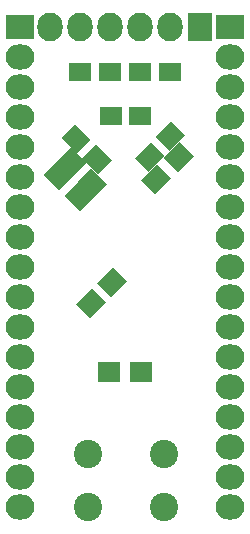
<source format=gbs>
G04 #@! TF.FileFunction,Soldermask,Bot*
%FSLAX46Y46*%
G04 Gerber Fmt 4.6, Leading zero omitted, Abs format (unit mm)*
G04 Created by KiCad (PCBNEW 4.0.4+e1-6308~48~ubuntu16.04.1-stable) date Wed Oct 26 20:07:28 2016*
%MOMM*%
%LPD*%
G01*
G04 APERTURE LIST*
%ADD10C,0.101600*%
%ADD11R,2.127200X2.432000*%
%ADD12O,2.127200X2.432000*%
%ADD13R,1.900000X1.650000*%
%ADD14C,2.400000*%
%ADD15R,2.432000X2.127200*%
%ADD16O,2.432000X2.127200*%
%ADD17R,1.900000X1.700000*%
G04 APERTURE END LIST*
D10*
D11*
X198120000Y-81280000D03*
D12*
X195580000Y-81280000D03*
X193040000Y-81280000D03*
X190500000Y-81280000D03*
X187960000Y-81280000D03*
X185420000Y-81280000D03*
D13*
X193040000Y-85090000D03*
X195540000Y-85090000D03*
X190460000Y-85090000D03*
X187960000Y-85090000D03*
D10*
G36*
X190238998Y-94572271D02*
X189072271Y-95738998D01*
X187728768Y-94395495D01*
X188895495Y-93228768D01*
X190238998Y-94572271D01*
X190238998Y-94572271D01*
G37*
G36*
X188471232Y-92804505D02*
X187304505Y-93971232D01*
X185961002Y-92627729D01*
X187127729Y-91461002D01*
X188471232Y-92804505D01*
X188471232Y-92804505D01*
G37*
G36*
X186361002Y-90627729D02*
X187527729Y-89461002D01*
X188871232Y-90804505D01*
X187704505Y-91971232D01*
X186361002Y-90627729D01*
X186361002Y-90627729D01*
G37*
G36*
X188128768Y-92395495D02*
X189295495Y-91228768D01*
X190638998Y-92572271D01*
X189472271Y-93738998D01*
X188128768Y-92395495D01*
X188128768Y-92395495D01*
G37*
G36*
X194300695Y-95445386D02*
X193098614Y-94243305D01*
X194442117Y-92899802D01*
X195644198Y-94101883D01*
X194300695Y-95445386D01*
X194300695Y-95445386D01*
G37*
G36*
X196209883Y-93536198D02*
X195007802Y-92334117D01*
X196351305Y-90990614D01*
X197553386Y-92192695D01*
X196209883Y-93536198D01*
X196209883Y-93536198D01*
G37*
G36*
X190710271Y-101620002D02*
X191876998Y-102786729D01*
X190533495Y-104130232D01*
X189366768Y-102963505D01*
X190710271Y-101620002D01*
X190710271Y-101620002D01*
G37*
G36*
X188942505Y-103387768D02*
X190109232Y-104554495D01*
X188765729Y-105897998D01*
X187599002Y-104731271D01*
X188942505Y-103387768D01*
X188942505Y-103387768D01*
G37*
D13*
X193050000Y-88800000D03*
X190550000Y-88800000D03*
D14*
X195072000Y-117420000D03*
X195072000Y-121920000D03*
X188572000Y-117420000D03*
X188572000Y-121920000D03*
D10*
G36*
X193727729Y-93538998D02*
X192561002Y-92372271D01*
X193904505Y-91028768D01*
X195071232Y-92195495D01*
X193727729Y-93538998D01*
X193727729Y-93538998D01*
G37*
G36*
X195495495Y-91771232D02*
X194328768Y-90604505D01*
X195672271Y-89261002D01*
X196838998Y-90427729D01*
X195495495Y-91771232D01*
X195495495Y-91771232D01*
G37*
G36*
X189082998Y-95714271D02*
X187916271Y-96880998D01*
X186572768Y-95537495D01*
X187739495Y-94370768D01*
X189082998Y-95714271D01*
X189082998Y-95714271D01*
G37*
G36*
X187315232Y-93946505D02*
X186148505Y-95113232D01*
X184805002Y-93769729D01*
X185971729Y-92603002D01*
X187315232Y-93946505D01*
X187315232Y-93946505D01*
G37*
D15*
X182880000Y-81280000D03*
D16*
X182880000Y-83820000D03*
X182880000Y-86360000D03*
X182880000Y-88900000D03*
X182880000Y-91440000D03*
X182880000Y-93980000D03*
X182880000Y-96520000D03*
X182880000Y-99060000D03*
X182880000Y-101600000D03*
X182880000Y-104140000D03*
X182880000Y-106680000D03*
X182880000Y-109220000D03*
X182880000Y-111760000D03*
X182880000Y-114300000D03*
X182880000Y-116840000D03*
X182880000Y-119380000D03*
X182880000Y-121920000D03*
D15*
X200660000Y-81280000D03*
D16*
X200660000Y-83820000D03*
X200660000Y-86360000D03*
X200660000Y-88900000D03*
X200660000Y-91440000D03*
X200660000Y-93980000D03*
X200660000Y-96520000D03*
X200660000Y-99060000D03*
X200660000Y-101600000D03*
X200660000Y-104140000D03*
X200660000Y-106680000D03*
X200660000Y-109220000D03*
X200660000Y-111760000D03*
X200660000Y-114300000D03*
X200660000Y-116840000D03*
X200660000Y-119380000D03*
X200660000Y-121920000D03*
D17*
X190420000Y-110490000D03*
X193120000Y-110490000D03*
M02*

</source>
